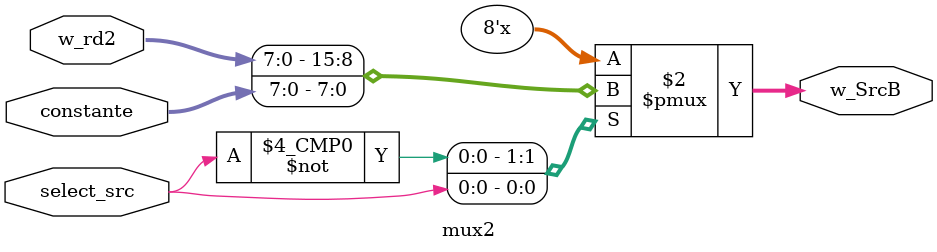
<source format=sv>
`timescale 1ns/10ps
module mux2 (
    input  logic [7:0] w_rd2,        // Entrada 1
    input  logic [7:0] constante,        // Entrada 2
    input  logic select_src,         // Bit de seleção
    output logic [7:0] w_SrcB       // Saída mux
);

    always_comb begin
        case (select_src)
            1'b0: w_SrcB <= w_rd2;
            1'b1: w_SrcB <= constante; 
            default: w_SrcB <= w_SrcB;
        endcase
    end

endmodule
</source>
